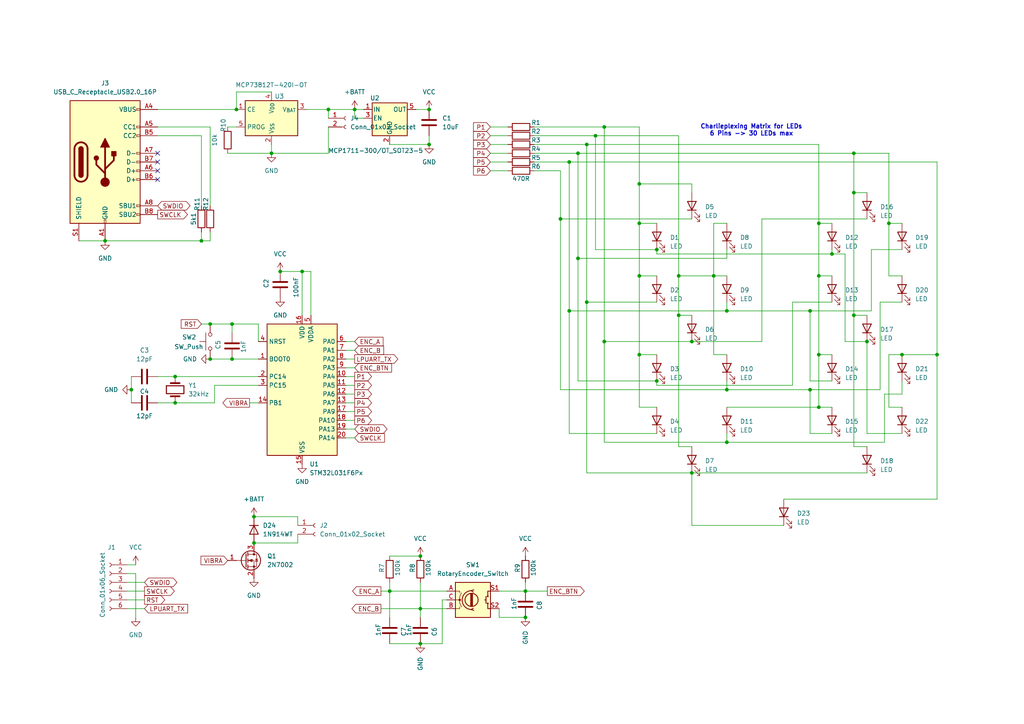
<source format=kicad_sch>
(kicad_sch (version 20250114) (generator "eeschema") (generator_version "9.0")
  (paper "A4")
  (title_block (title "Led Timer 2") (date "2025-10-08") (rev "0") (comment 1 "MEgli"))
  (lib_symbols
    (symbol "Battery_Management:MCP73812T-420I-OT"
      (property "Reference" "U" (at -6.35 6.35 0))
      (property "Value" "MCP73812T-420I-OT" (at 1.27 6.35 0))
      (symbol "MCP73812T-420I-OT_1_1"
        (pin input line (at -10.16 2.54 0) (length 2.54) (name "CE") (number "1"))
        (pin input line (at -10.16 -2.54 0) (length 2.54) (name "PROG") (number "5"))
        (pin power_in line (at 0 7.62 270) (length 2.54) (name "V_{DD}") (number "4"))
        (pin power_in line (at 0 -7.62 90) (length 2.54) (name "V_{SS}") (number "2"))
        (pin power_out line (at 10.16 2.54 180) (length 2.54) (name "V_{BAT}") (number "3"))
      )
    )
    (symbol "Connector:Conn_01x02_Socket" (pin_names (offset 1.016) (hide yes))
      (property "Reference" "J" (at 0 2.54 0))
      (property "Value" "Conn_01x02_Socket" (at 0 -5.08 0))
      (symbol "Conn_01x02_Socket_1_1"
        (pin passive line (at -5.08 0 0) (length 3.81) (name "Pin_1") (number "1"))
        (pin passive line (at -5.08 -2.54 0) (length 3.81) (name "Pin_2") (number "2"))
      )
    )
    (symbol "Connector:Conn_01x06_Socket" (pin_names (offset 1.016) (hide yes))
      (property "Reference" "J" (at 0 7.62 0))
      (property "Value" "Conn_01x06_Socket" (at 0 -10.16 0))
      (symbol "Conn_01x06_Socket_1_1"
        (pin passive line (at -5.08 5.08 0) (length 3.81) (name "Pin_1") (number "1"))
        (pin passive line (at -5.08 2.54 0) (length 3.81) (name "Pin_2") (number "2"))
        (pin passive line (at -5.08 0 0) (length 3.81) (name "Pin_3") (number "3"))
        (pin passive line (at -5.08 -2.54 0) (length 3.81) (name "Pin_4") (number "4"))
        (pin passive line (at -5.08 -5.08 0) (length 3.81) (name "Pin_5") (number "5"))
        (pin passive line (at -5.08 -7.62 0) (length 3.81) (name "Pin_6") (number "6"))
      )
    )
    (symbol "Connector:USB_C_Receptacle_USB2.0_16P" (pin_names (offset 1.016))
      (property "Reference" "J" (at 0 22.225 0))
      (property "Value" "USB_C_Receptacle_USB2.0_16P" (at 0 19.685 0))
      (symbol "USB_C_Receptacle_USB2.0_16P_1_1"
        (pin passive line (at -7.62 -22.86 90) (length 5.08) (name "SHIELD") (number "S1"))
        (pin passive line (at 0 -22.86 90) (length 5.08) (name "GND") (number "A1"))
        (pin passive line (at 0 -22.86 90) (length 5.08) (hide yes) (name "GND") (number "A12"))
        (pin passive line (at 0 -22.86 90) (length 5.08) (hide yes) (name "GND") (number "B1"))
        (pin passive line (at 0 -22.86 90) (length 5.08) (hide yes) (name "GND") (number "B12"))
        (pin passive line (at 15.24 15.24 180) (length 5.08) (name "VBUS") (number "A4"))
        (pin passive line (at 15.24 15.24 180) (length 5.08) (hide yes) (name "VBUS") (number "A9"))
        (pin passive line (at 15.24 15.24 180) (length 5.08) (hide yes) (name "VBUS") (number "B4"))
        (pin passive line (at 15.24 15.24 180) (length 5.08) (hide yes) (name "VBUS") (number "B9"))
        (pin bidirectional line (at 15.24 10.16 180) (length 5.08) (name "CC1") (number "A5"))
        (pin bidirectional line (at 15.24 7.62 180) (length 5.08) (name "CC2") (number "B5"))
        (pin bidirectional line (at 15.24 2.54 180) (length 5.08) (name "D-") (number "A7"))
        (pin bidirectional line (at 15.24 0 180) (length 5.08) (name "D-") (number "B7"))
        (pin bidirectional line (at 15.24 -2.54 180) (length 5.08) (name "D+") (number "A6"))
        (pin bidirectional line (at 15.24 -5.08 180) (length 5.08) (name "D+") (number "B6"))
        (pin bidirectional line (at 15.24 -12.7 180) (length 5.08) (name "SBU1") (number "A8"))
        (pin bidirectional line (at 15.24 -15.24 180) (length 5.08) (name "SBU2") (number "B8"))
      )
    )
    (symbol "Device:C" (pin_numbers (hide yes)) (pin_names (offset 0.254))
      (property "Reference" "C" (at 0.635 2.54 0))
      (property "Value" "C" (at 0.635 -2.54 0))
      (symbol "C_1_1"
        (pin passive line (at 0 3.81 270) (length 2.794) (name "~") (number "1"))
        (pin passive line (at 0 -3.81 90) (length 2.794) (name "~") (number "2"))
      )
    )
    (symbol "Device:Crystal" (pin_numbers (hide yes)) (pin_names (offset 1.016) (hide yes))
      (property "Reference" "Y" (at 0 3.81 0))
      (property "Value" "Crystal" (at 0 -3.81 0))
      (symbol "Crystal_1_1"
        (pin passive line (at -3.81 0 0) (length 1.27) (name "1") (number "1"))
        (pin passive line (at 3.81 0 180) (length 1.27) (name "2") (number "2"))
      )
    )
    (symbol "Device:LED" (pin_numbers (hide yes)) (pin_names (offset 1.016) (hide yes))
      (property "Reference" "D" (at 0 2.54 0))
      (property "Value" "LED" (at 0 -2.54 0))
      (symbol "LED_1_1"
        (pin passive line (at -3.81 0 0) (length 2.54) (name "K") (number "1"))
        (pin passive line (at 3.81 0 180) (length 2.54) (name "A") (number "2"))
      )
    )
    (symbol "Device:R" (pin_numbers (hide yes)) (pin_names (offset 0))
      (property "Reference" "R" (at 2.032 0 90))
      (property "Value" "R" (at 0 0 90))
      (symbol "R_1_1"
        (pin passive line (at 0 3.81 270) (length 1.27) (name "~") (number "1"))
        (pin passive line (at 0 -3.81 90) (length 1.27) (name "~") (number "2"))
      )
    )
    (symbol "Device:RotaryEncoder_Switch" (pin_names (offset 0.254) (hide yes))
      (property "Reference" "SW" (at 0 6.604 0))
      (property "Value" "RotaryEncoder_Switch" (at 0 -6.604 0))
      (symbol "RotaryEncoder_Switch_1_1"
        (pin passive line (at -7.62 2.54 0) (length 2.54) (name "A") (number "A"))
        (pin passive line (at -7.62 0 0) (length 2.54) (name "C") (number "C"))
        (pin passive line (at -7.62 -2.54 0) (length 2.54) (name "B") (number "B"))
        (pin passive line (at 7.62 2.54 180) (length 2.54) (name "S1") (number "S1"))
        (pin passive line (at 7.62 -2.54 180) (length 2.54) (name "S2") (number "S2"))
      )
    )
    (symbol "Diode:1N914WT" (pin_numbers (hide yes)) (pin_names (hide yes))
      (property "Reference" "D" (at 0 2.54 0))
      (property "Value" "1N914WT" (at 0 -2.54 0))
      (symbol "1N914WT_1_1"
        (pin passive line (at -3.81 0 0) (length 2.54) (name "K") (number "1"))
        (pin passive line (at 3.81 0 180) (length 2.54) (name "A") (number "2"))
      )
    )
    (symbol "MCU_ST_STM32L0:STM32L031F6Px"
      (property "Reference" "U" (at -10.16 21.59 0))
      (property "Value" "STM32L031F6Px" (at 5.08 21.59 0))
      (symbol "STM32L031F6Px_1_1"
        (pin input line (at -12.7 15.24 0) (length 2.54) (name "NRST") (number "4"))
        (pin input line (at -12.7 10.16 0) (length 2.54) (name "BOOT0") (number "1"))
        (pin bidirectional line (at -12.7 5.08 0) (length 2.54) (name "PC14") (number "2"))
        (pin bidirectional line (at -12.7 2.54 0) (length 2.54) (name "PC15") (number "3"))
        (pin bidirectional line (at -12.7 -2.54 0) (length 2.54) (name "PB1") (number "14"))
        (pin power_in line (at 0 22.86 270) (length 2.54) (name "VDD") (number "16"))
        (pin power_in line (at 0 -20.32 90) (length 2.54) (name "VSS") (number "15"))
        (pin power_in line (at 2.54 22.86 270) (length 2.54) (name "VDDA") (number "5"))
        (pin bidirectional line (at 12.7 15.24 180) (length 2.54) (name "PA0") (number "6"))
        (pin bidirectional line (at 12.7 12.7 180) (length 2.54) (name "PA1") (number "7"))
        (pin bidirectional line (at 12.7 10.16 180) (length 2.54) (name "PA2") (number "8"))
        (pin bidirectional line (at 12.7 7.62 180) (length 2.54) (name "PA3") (number "9"))
        (pin bidirectional line (at 12.7 5.08 180) (length 2.54) (name "PA4") (number "10"))
        (pin bidirectional line (at 12.7 2.54 180) (length 2.54) (name "PA5") (number "11"))
        (pin bidirectional line (at 12.7 0 180) (length 2.54) (name "PA6") (number "12"))
        (pin bidirectional line (at 12.7 -2.54 180) (length 2.54) (name "PA7") (number "13"))
        (pin bidirectional line (at 12.7 -5.08 180) (length 2.54) (name "PA9") (number "17"))
        (pin bidirectional line (at 12.7 -7.62 180) (length 2.54) (name "PA10") (number "18"))
        (pin bidirectional line (at 12.7 -10.16 180) (length 2.54) (name "PA13") (number "19"))
        (pin bidirectional line (at 12.7 -12.7 180) (length 2.54) (name "PA14") (number "20"))
      )
    )
    (symbol "Regulator_Linear:TLV71209_SOT23-5" (pin_names (offset 0.254))
      (property "Reference" "U" (at -3.81 5.715 0))
      (property "Value" "TLV71209_SOT23-5" (at 0 5.715 0))
      (symbol "TLV71209_SOT23-5_1_1"
        (pin power_in line (at -7.62 2.54 0) (length 2.54) (name "IN") (number "1"))
        (pin input line (at -7.62 0 0) (length 2.54) (name "EN") (number "3"))
        (pin power_in line (at 0 -7.62 90) (length 2.54) (name "GND") (number "2"))
        (pin no_connect line (at 5.08 0 180) (length 2.54) (hide yes) (name "NC") (number "4"))
        (pin power_out line (at 7.62 2.54 180) (length 2.54) (name "OUT") (number "5"))
      )
    )
    (symbol "Switch:SW_Push" (pin_numbers (hide yes)) (pin_names (offset 1.016) (hide yes))
      (property "Reference" "SW" (at 1.27 2.54 0))
      (property "Value" "SW_Push" (at 0 -1.524 0))
      (symbol "SW_Push_0_1"
        (pin passive line (at -5.08 0 0) (length 2.54) (name "1") (number "1"))
        (pin passive line (at 5.08 0 180) (length 2.54) (name "2") (number "2"))
      )
    )
    (symbol "Transistor_FET:2N7002" (pin_names (offset 0) (hide yes))
      (property "Reference" "Q" (at 5.08 1.905 0))
      (property "Value" "2N7002" (at 5.08 0 0))
      (symbol "2N7002_1_1"
        (pin input line (at -5.08 0 0) (length 2.54) (name "G") (number "1"))
        (pin passive line (at 2.54 5.08 270) (length 2.54) (name "D") (number "3"))
        (pin passive line (at 2.54 -5.08 90) (length 2.54) (name "S") (number "2"))
      )
    )
    (symbol "power:+BATT" (power) (pin_numbers (hide yes)) (pin_names (offset 0) (hide yes))
      (property "Value" "+BATT" (at 0 3.556 0))
      (symbol "+BATT_1_1"
        (pin power_in line (at 0 0 90) (length 0) (name "~") (number "1"))
      )
    )
    (symbol "power:GND" (power) (pin_numbers (hide yes)) (pin_names (offset 0) (hide yes))
      (property "Value" "GND" (at 0 -3.81 0))
      (symbol "GND_1_1"
        (pin power_in line (at 0 0 270) (length 0) (name "~") (number "1"))
      )
    )
    (symbol "power:VCC" (power) (pin_numbers (hide yes)) (pin_names (offset 0) (hide yes))
      (property "Value" "VCC" (at 0 3.556 0))
      (symbol "VCC_1_1"
        (pin power_in line (at 0 0 90) (length 0) (name "~") (number "1"))
      )
    )
  )
  (text "Charlieplexing Matrix for LEDs\n6 Pins -> 30 LEDs max" (at 217.932 37.846 0) (effects (font (size 1.27 1.27) (thickness 0.254) (bold yes))))
  (junction (at 175.26 99.06))
  (junction (at 237.49 80.01))
  (junction (at 172.72 39.37))
  (junction (at 121.92 176.53))
  (junction (at 68.58 31.75))
  (junction (at 247.65 91.44))
  (junction (at 261.62 102.87))
  (junction (at 124.46 41.91))
  (junction (at 162.56 63.5))
  (junction (at 78.74 44.45))
  (junction (at 152.4 171.45))
  (junction (at 30.48 69.85))
  (junction (at 271.78 102.87))
  (junction (at 190.5 72.39))
  (junction (at 167.64 44.45))
  (junction (at 190.5 110.49))
  (junction (at 67.31 93.98))
  (junction (at 185.42 53.34))
  (junction (at 152.4 179.07))
  (junction (at 95.25 31.75))
  (junction (at 200.66 137.16))
  (junction (at 185.42 80.01))
  (junction (at 247.65 55.88))
  (junction (at 50.8 109.22))
  (junction (at 165.1 90.17))
  (junction (at 241.3 73.66))
  (junction (at 165.1 46.99))
  (junction (at 234.95 90.17))
  (junction (at 81.28 78.74))
  (junction (at 234.95 113.03))
  (junction (at 60.96 93.98))
  (junction (at 121.92 186.69))
  (junction (at 73.66 157.48))
  (junction (at 257.81 64.77))
  (junction (at 196.85 91.44))
  (junction (at 170.18 87.63))
  (junction (at 196.85 80.01))
  (junction (at 102.87 31.75))
  (junction (at 210.82 128.27))
  (junction (at 237.49 64.77))
  (junction (at 207.01 80.01))
  (junction (at 124.46 31.75))
  (junction (at 185.42 102.87))
  (junction (at 67.31 104.14))
  (junction (at 251.46 99.06))
  (junction (at 113.03 171.45))
  (junction (at 210.82 90.17))
  (junction (at 170.18 41.91))
  (junction (at 237.49 102.87))
  (junction (at 50.8 116.84))
  (junction (at 175.26 36.83))
  (junction (at 87.63 78.74))
  (junction (at 167.64 74.93))
  (junction (at 38.1 113.03))
  (junction (at 121.92 161.29))
  (junction (at 58.42 69.85))
  (junction (at 247.65 44.45))
  (junction (at 185.42 64.77))
  (junction (at 200.66 99.06))
  (junction (at 60.96 104.14))
  (junction (at 237.49 118.11))
  (junction (at 73.66 149.86))
  (junction (at 210.82 113.03))
  (no_connect (at 45.72 44.45))
  (no_connect (at 45.72 49.53))
  (no_connect (at 45.72 46.99))
  (no_connect (at 45.72 52.07))
  (wire (pts (xy 45.72 39.37) (xy 58.42 39.37)))
  (wire (pts (xy 36.83 163.83) (xy 39.37 163.83)))
  (wire (pts (xy 95.25 31.75) (xy 102.87 31.75)))
  (wire (pts (xy 210.82 87.63) (xy 210.82 90.17)))
  (wire (pts (xy 175.26 36.83) (xy 185.42 36.83)))
  (wire (pts (xy 257.81 64.77) (xy 257.81 80.01)))
  (wire (pts (xy 60.96 69.85) (xy 60.96 67.31)))
  (wire (pts (xy 68.58 31.75) (xy 68.58 26.67)))
  (wire (pts (xy 102.87 109.22) (xy 100.33 109.22)))
  (wire (pts (xy 251.46 129.54) (xy 247.65 129.54)))
  (wire (pts (xy 78.74 41.91) (xy 78.74 44.45)))
  (wire (pts (xy 36.83 173.99) (xy 41.91 173.99)))
  (wire (pts (xy 252.73 90.17) (xy 234.95 90.17)))
  (wire (pts (xy 190.5 111.76) (xy 229.87 111.76)))
  (wire (pts (xy 170.18 137.16) (xy 200.66 137.16)))
  (wire (pts (xy 170.18 41.91) (xy 237.49 41.91)))
  (wire (pts (xy 142.24 39.37) (xy 147.32 39.37)))
  (wire (pts (xy 245.11 73.66) (xy 245.11 99.06)))
  (wire (pts (xy 170.18 41.91) (xy 170.18 87.63)))
  (wire (pts (xy 60.96 93.98) (xy 67.31 93.98)))
  (wire (pts (xy 162.56 49.53) (xy 162.56 63.5)))
  (wire (pts (xy 175.26 99.06) (xy 175.26 128.27)))
  (wire (pts (xy 102.87 114.3) (xy 100.33 114.3)))
  (wire (pts (xy 88.9 31.75) (xy 95.25 31.75)))
  (wire (pts (xy 172.72 39.37) (xy 196.85 39.37)))
  (wire (pts (xy 257.81 44.45) (xy 247.65 44.45)))
  (wire (pts (xy 154.94 44.45) (xy 167.64 44.45)))
  (wire (pts (xy 261.62 118.11) (xy 257.81 118.11)))
  (wire (pts (xy 234.95 110.49) (xy 241.3 110.49)))
  (wire (pts (xy 121.92 168.91) (xy 121.92 176.53)))
  (wire (pts (xy 210.82 118.11) (xy 237.49 118.11)))
  (wire (pts (xy 200.66 55.88) (xy 200.66 53.34)))
  (wire (pts (xy 102.87 104.14) (xy 100.33 104.14)))
  (wire (pts (xy 190.5 80.01) (xy 185.42 80.01)))
  (wire (pts (xy 251.46 99.06) (xy 251.46 125.73)))
  (wire (pts (xy 210.82 102.87) (xy 207.01 102.87)))
  (wire (pts (xy 167.64 44.45) (xy 167.64 74.93)))
  (wire (pts (xy 87.63 78.74) (xy 81.28 78.74)))
  (wire (pts (xy 58.42 93.98) (xy 60.96 93.98)))
  (wire (pts (xy 74.93 111.76) (xy 62.23 111.76)))
  (wire (pts (xy 271.78 46.99) (xy 271.78 102.87)))
  (wire (pts (xy 210.82 110.49) (xy 210.82 113.03)))
  (wire (pts (xy 245.11 99.06) (xy 251.46 99.06)))
  (wire (pts (xy 102.87 119.38) (xy 100.33 119.38)))
  (wire (pts (xy 185.42 36.83) (xy 185.42 53.34)))
  (wire (pts (xy 185.42 80.01) (xy 185.42 64.77)))
  (wire (pts (xy 110.49 171.45) (xy 113.03 171.45)))
  (wire (pts (xy 165.1 90.17) (xy 210.82 90.17)))
  (wire (pts (xy 154.94 41.91) (xy 170.18 41.91)))
  (wire (pts (xy 241.3 73.66) (xy 245.11 73.66)))
  (wire (pts (xy 234.95 90.17) (xy 234.95 110.49)))
  (wire (pts (xy 172.72 72.39) (xy 190.5 72.39)))
  (wire (pts (xy 167.64 74.93) (xy 210.82 74.93)))
  (wire (pts (xy 162.56 63.5) (xy 162.56 113.03)))
  (wire (pts (xy 162.56 113.03) (xy 210.82 113.03)))
  (wire (pts (xy 247.65 55.88) (xy 251.46 55.88)))
  (wire (pts (xy 68.58 26.67) (xy 78.74 26.67)))
  (wire (pts (xy 58.42 69.85) (xy 60.96 69.85)))
  (wire (pts (xy 185.42 118.11) (xy 185.42 102.87)))
  (wire (pts (xy 237.49 80.01) (xy 241.3 80.01)))
  (wire (pts (xy 190.5 64.77) (xy 185.42 64.77)))
  (wire (pts (xy 86.36 152.4) (xy 86.36 149.86)))
  (wire (pts (xy 256.54 114.3) (xy 261.62 114.3)))
  (wire (pts (xy 252.73 72.39) (xy 252.73 90.17)))
  (wire (pts (xy 73.66 157.48) (xy 86.36 157.48)))
  (wire (pts (xy 247.65 44.45) (xy 247.65 55.88)))
  (wire (pts (xy 237.49 80.01) (xy 237.49 64.77)))
  (wire (pts (xy 113.03 171.45) (xy 129.54 171.45)))
  (wire (pts (xy 241.3 118.11) (xy 237.49 118.11)))
  (wire (pts (xy 58.42 67.31) (xy 58.42 69.85)))
  (wire (pts (xy 102.87 106.68) (xy 100.33 106.68)))
  (wire (pts (xy 175.26 128.27) (xy 210.82 128.27)))
  (wire (pts (xy 229.87 111.76) (xy 229.87 87.63)))
  (wire (pts (xy 167.64 44.45) (xy 247.65 44.45)))
  (wire (pts (xy 36.83 176.53) (xy 41.91 176.53)))
  (wire (pts (xy 237.49 64.77) (xy 241.3 64.77)))
  (wire (pts (xy 45.72 116.84) (xy 50.8 116.84)))
  (wire (pts (xy 165.1 125.73) (xy 190.5 125.73)))
  (wire (pts (xy 241.3 72.39) (xy 241.3 73.66)))
  (wire (pts (xy 90.17 78.74) (xy 90.17 91.44)))
  (wire (pts (xy 39.37 166.37) (xy 36.83 166.37)))
  (wire (pts (xy 22.86 69.85) (xy 30.48 69.85)))
  (wire (pts (xy 172.72 39.37) (xy 172.72 72.39)))
  (wire (pts (xy 129.54 173.99) (xy 128.27 173.99)))
  (wire (pts (xy 142.24 49.53) (xy 147.32 49.53)))
  (wire (pts (xy 196.85 80.01) (xy 196.85 39.37)))
  (wire (pts (xy 66.04 36.83) (xy 68.58 36.83)))
  (wire (pts (xy 66.04 44.45) (xy 78.74 44.45)))
  (wire (pts (xy 67.31 93.98) (xy 67.31 96.52)))
  (wire (pts (xy 167.64 110.49) (xy 190.5 110.49)))
  (wire (pts (xy 220.98 99.06) (xy 200.66 99.06)))
  (wire (pts (xy 74.93 93.98) (xy 74.93 99.06)))
  (wire (pts (xy 87.63 78.74) (xy 90.17 78.74)))
  (wire (pts (xy 102.87 99.06) (xy 100.33 99.06)))
  (wire (pts (xy 175.26 99.06) (xy 200.66 99.06)))
  (wire (pts (xy 45.72 36.83) (xy 60.96 36.83)))
  (wire (pts (xy 102.87 101.6) (xy 100.33 101.6)))
  (wire (pts (xy 196.85 80.01) (xy 207.01 80.01)))
  (wire (pts (xy 257.81 118.11) (xy 257.81 102.87)))
  (wire (pts (xy 234.95 113.03) (xy 255.27 113.03)))
  (wire (pts (xy 45.72 109.22) (xy 50.8 109.22)))
  (wire (pts (xy 142.24 41.91) (xy 147.32 41.91)))
  (wire (pts (xy 210.82 113.03) (xy 234.95 113.03)))
  (wire (pts (xy 207.01 64.77) (xy 207.01 80.01)))
  (wire (pts (xy 124.46 41.91) (xy 124.46 39.37)))
  (wire (pts (xy 271.78 102.87) (xy 261.62 102.87)))
  (wire (pts (xy 110.49 176.53) (xy 121.92 176.53)))
  (wire (pts (xy 38.1 113.03) (xy 38.1 116.84)))
  (wire (pts (xy 113.03 161.29) (xy 121.92 161.29)))
  (wire (pts (xy 144.78 171.45) (xy 152.4 171.45)))
  (wire (pts (xy 102.87 31.75) (xy 105.41 31.75)))
  (wire (pts (xy 102.87 34.29) (xy 102.87 31.75)))
  (wire (pts (xy 210.82 90.17) (xy 234.95 90.17)))
  (wire (pts (xy 121.92 179.07) (xy 121.92 176.53)))
  (wire (pts (xy 120.65 31.75) (xy 124.46 31.75)))
  (wire (pts (xy 62.23 111.76) (xy 62.23 116.84)))
  (wire (pts (xy 210.82 64.77) (xy 207.01 64.77)))
  (wire (pts (xy 170.18 87.63) (xy 190.5 87.63)))
  (wire (pts (xy 38.1 109.22) (xy 38.1 113.03)))
  (wire (pts (xy 237.49 118.11) (xy 237.49 102.87)))
  (wire (pts (xy 237.49 102.87) (xy 241.3 102.87)))
  (wire (pts (xy 152.4 168.91) (xy 152.4 171.45)))
  (wire (pts (xy 113.03 168.91) (xy 113.03 171.45)))
  (wire (pts (xy 185.42 102.87) (xy 185.42 80.01)))
  (wire (pts (xy 210.82 128.27) (xy 256.54 128.27)))
  (wire (pts (xy 72.39 116.84) (xy 74.93 116.84)))
  (wire (pts (xy 113.03 171.45) (xy 113.03 179.07)))
  (wire (pts (xy 207.01 80.01) (xy 210.82 80.01)))
  (wire (pts (xy 87.63 78.74) (xy 87.63 91.44)))
  (wire (pts (xy 165.1 90.17) (xy 165.1 125.73)))
  (wire (pts (xy 234.95 113.03) (xy 234.95 125.73)))
  (wire (pts (xy 200.66 53.34) (xy 185.42 53.34)))
  (wire (pts (xy 196.85 91.44) (xy 196.85 129.54)))
  (wire (pts (xy 152.4 171.45) (xy 158.75 171.45)))
  (wire (pts (xy 190.5 102.87) (xy 185.42 102.87)))
  (wire (pts (xy 102.87 111.76) (xy 100.33 111.76)))
  (wire (pts (xy 113.03 41.91) (xy 124.46 41.91)))
  (wire (pts (xy 86.36 154.94) (xy 86.36 157.48)))
  (wire (pts (xy 142.24 36.83) (xy 147.32 36.83)))
  (wire (pts (xy 257.81 64.77) (xy 257.81 44.45)))
  (wire (pts (xy 210.82 72.39) (xy 210.82 74.93)))
  (wire (pts (xy 271.78 144.78) (xy 271.78 102.87)))
  (wire (pts (xy 255.27 87.63) (xy 261.62 87.63)))
  (wire (pts (xy 200.66 137.16) (xy 251.46 137.16)))
  (wire (pts (xy 165.1 46.99) (xy 271.78 46.99)))
  (wire (pts (xy 102.87 127) (xy 100.33 127)))
  (wire (pts (xy 200.66 152.4) (xy 200.66 137.16)))
  (wire (pts (xy 154.94 46.99) (xy 165.1 46.99)))
  (wire (pts (xy 154.94 49.53) (xy 162.56 49.53)))
  (wire (pts (xy 257.81 102.87) (xy 261.62 102.87)))
  (wire (pts (xy 95.25 31.75) (xy 95.25 34.29)))
  (wire (pts (xy 251.46 125.73) (xy 261.62 125.73)))
  (wire (pts (xy 247.65 91.44) (xy 251.46 91.44)))
  (wire (pts (xy 73.66 149.86) (xy 86.36 149.86)))
  (wire (pts (xy 237.49 41.91) (xy 237.49 64.77)))
  (wire (pts (xy 227.33 144.78) (xy 271.78 144.78)))
  (wire (pts (xy 74.93 104.14) (xy 67.31 104.14)))
  (wire (pts (xy 196.85 91.44) (xy 196.85 80.01)))
  (wire (pts (xy 255.27 113.03) (xy 255.27 87.63)))
  (wire (pts (xy 167.64 74.93) (xy 167.64 110.49)))
  (wire (pts (xy 105.41 34.29) (xy 102.87 34.29)))
  (wire (pts (xy 257.81 80.01) (xy 261.62 80.01)))
  (wire (pts (xy 175.26 36.83) (xy 175.26 99.06)))
  (wire (pts (xy 100.33 121.92) (xy 102.87 121.92)))
  (wire (pts (xy 142.24 44.45) (xy 147.32 44.45)))
  (wire (pts (xy 190.5 118.11) (xy 185.42 118.11)))
  (wire (pts (xy 247.65 91.44) (xy 247.65 55.88)))
  (wire (pts (xy 241.3 73.66) (xy 190.5 73.66)))
  (wire (pts (xy 144.78 176.53) (xy 144.78 179.07)))
  (wire (pts (xy 190.5 110.49) (xy 190.5 111.76)))
  (wire (pts (xy 67.31 93.98) (xy 74.93 93.98)))
  (wire (pts (xy 261.62 72.39) (xy 252.73 72.39)))
  (wire (pts (xy 60.96 36.83) (xy 60.96 59.69)))
  (wire (pts (xy 36.83 168.91) (xy 41.91 168.91)))
  (wire (pts (xy 190.5 73.66) (xy 190.5 72.39)))
  (wire (pts (xy 154.94 36.83) (xy 175.26 36.83)))
  (wire (pts (xy 170.18 87.63) (xy 170.18 137.16)))
  (wire (pts (xy 261.62 64.77) (xy 257.81 64.77)))
  (wire (pts (xy 227.33 152.4) (xy 200.66 152.4)))
  (wire (pts (xy 58.42 39.37) (xy 58.42 59.69)))
  (wire (pts (xy 30.48 69.85) (xy 58.42 69.85)))
  (wire (pts (xy 128.27 173.99) (xy 128.27 186.69)))
  (wire (pts (xy 220.98 63.5) (xy 220.98 99.06)))
  (wire (pts (xy 45.72 31.75) (xy 68.58 31.75)))
  (wire (pts (xy 144.78 179.07) (xy 152.4 179.07)))
  (wire (pts (xy 200.66 129.54) (xy 196.85 129.54)))
  (wire (pts (xy 207.01 102.87) (xy 207.01 80.01)))
  (wire (pts (xy 154.94 39.37) (xy 172.72 39.37)))
  (wire (pts (xy 162.56 63.5) (xy 200.66 63.5)))
  (wire (pts (xy 60.96 104.14) (xy 67.31 104.14)))
  (wire (pts (xy 261.62 114.3) (xy 261.62 110.49)))
  (wire (pts (xy 210.82 125.73) (xy 210.82 128.27)))
  (wire (pts (xy 185.42 64.77) (xy 185.42 53.34)))
  (wire (pts (xy 95.25 36.83) (xy 95.25 44.45)))
  (wire (pts (xy 196.85 91.44) (xy 200.66 91.44)))
  (wire (pts (xy 237.49 102.87) (xy 237.49 80.01)))
  (wire (pts (xy 256.54 128.27) (xy 256.54 114.3)))
  (wire (pts (xy 229.87 87.63) (xy 241.3 87.63)))
  (wire (pts (xy 142.24 46.99) (xy 147.32 46.99)))
  (wire (pts (xy 247.65 129.54) (xy 247.65 91.44)))
  (wire (pts (xy 165.1 46.99) (xy 165.1 90.17)))
  (wire (pts (xy 251.46 63.5) (xy 220.98 63.5)))
  (wire (pts (xy 50.8 116.84) (xy 62.23 116.84)))
  (wire (pts (xy 234.95 125.73) (xy 241.3 125.73)))
  (wire (pts (xy 36.83 171.45) (xy 41.91 171.45)))
  (wire (pts (xy 39.37 179.07) (xy 39.37 166.37)))
  (wire (pts (xy 113.03 186.69) (xy 121.92 186.69)))
  (wire (pts (xy 102.87 124.46) (xy 100.33 124.46)))
  (wire (pts (xy 128.27 186.69) (xy 121.92 186.69)))
  (wire (pts (xy 121.92 176.53) (xy 129.54 176.53)))
  (wire (pts (xy 102.87 116.84) (xy 100.33 116.84)))
  (wire (pts (xy 95.25 44.45) (xy 78.74 44.45)))
  (wire (pts (xy 50.8 109.22) (xy 74.93 109.22)))
  (global_label "P3" (shape output) (at 102.87 114.3 0) (property "Intersheetrefs" "${INTERSHEET_REFS}" (effects (hide yes))))
  (global_label "P3" (shape input) (at 142.24 41.91 180) (property "Intersheetrefs" "${INTERSHEET_REFS}" (effects (hide yes))))
  (global_label "P1" (shape output) (at 102.87 109.22 0) (property "Intersheetrefs" "${INTERSHEET_REFS}" (effects (hide yes))))
  (global_label "LPUART_TX" (shape output) (at 102.87 104.14 0) (property "Intersheetrefs" "${INTERSHEET_REFS}" (effects (hide yes))))
  (global_label "P5" (shape input) (at 142.24 46.99 180) (property "Intersheetrefs" "${INTERSHEET_REFS}" (effects (hide yes))))
  (global_label "RST" (shape input) (at 58.42 93.98 180) (property "Intersheetrefs" "${INTERSHEET_REFS}" (effects (hide yes))))
  (global_label "VIBRA" (shape output) (at 72.39 116.84 180) (property "Intersheetrefs" "${INTERSHEET_REFS}" (effects (hide yes))))
  (global_label "ENC_B" (shape output) (at 110.49 176.53 180) (property "Intersheetrefs" "${INTERSHEET_REFS}" (effects (hide yes))))
  (global_label "ENC_BTN" (shape output) (at 158.75 171.45 0) (property "Intersheetrefs" "${INTERSHEET_REFS}" (effects (hide yes))))
  (global_label "LPUART_TX" (shape input) (at 41.91 176.53 0) (property "Intersheetrefs" "${INTERSHEET_REFS}" (effects (hide yes))))
  (global_label "ENC_A" (shape input) (at 102.87 99.06 0) (property "Intersheetrefs" "${INTERSHEET_REFS}" (effects (hide yes))))
  (global_label "ENC_B" (shape input) (at 102.87 101.6 0) (property "Intersheetrefs" "${INTERSHEET_REFS}" (effects (hide yes))))
  (global_label "SWDIO" (shape bidirectional) (at 45.72 59.69 0) (property "Intersheetrefs" "${INTERSHEET_REFS}" (effects (hide yes))))
  (global_label "P2" (shape output) (at 102.87 111.76 0) (property "Intersheetrefs" "${INTERSHEET_REFS}" (effects (hide yes))))
  (global_label "SWDIO" (shape bidirectional) (at 102.87 124.46 0) (property "Intersheetrefs" "${INTERSHEET_REFS}" (effects (hide yes))))
  (global_label "ENC_BTN" (shape input) (at 102.87 106.68 0) (property "Intersheetrefs" "${INTERSHEET_REFS}" (effects (hide yes))))
  (global_label "SWCLK" (shape output) (at 45.72 62.23 0) (property "Intersheetrefs" "${INTERSHEET_REFS}" (effects (hide yes))))
  (global_label "P6" (shape output) (at 102.87 121.92 0) (property "Intersheetrefs" "${INTERSHEET_REFS}" (effects (hide yes))))
  (global_label "P2" (shape input) (at 142.24 39.37 180) (property "Intersheetrefs" "${INTERSHEET_REFS}" (effects (hide yes))))
  (global_label "P4" (shape output) (at 102.87 116.84 0) (property "Intersheetrefs" "${INTERSHEET_REFS}" (effects (hide yes))))
  (global_label "P6" (shape input) (at 142.24 49.53 180) (property "Intersheetrefs" "${INTERSHEET_REFS}" (effects (hide yes))))
  (global_label "P4" (shape input) (at 142.24 44.45 180) (property "Intersheetrefs" "${INTERSHEET_REFS}" (effects (hide yes))))
  (global_label "SWDIO" (shape bidirectional) (at 41.91 168.91 0) (property "Intersheetrefs" "${INTERSHEET_REFS}" (effects (hide yes))))
  (global_label "SWCLK" (shape output) (at 41.91 171.45 0) (property "Intersheetrefs" "${INTERSHEET_REFS}" (effects (hide yes))))
  (global_label "SWCLK" (shape input) (at 102.87 127 0) (property "Intersheetrefs" "${INTERSHEET_REFS}" (effects (hide yes))))
  (global_label "RST" (shape output) (at 41.91 173.99 0) (property "Intersheetrefs" "${INTERSHEET_REFS}" (effects (hide yes))))
  (global_label "VIBRA" (shape input) (at 66.04 162.56 180) (property "Intersheetrefs" "${INTERSHEET_REFS}" (effects (hide yes))))
  (global_label "P1" (shape input) (at 142.24 36.83 180) (property "Intersheetrefs" "${INTERSHEET_REFS}" (effects (hide yes))))
  (global_label "ENC_A" (shape output) (at 110.49 171.45 180) (property "Intersheetrefs" "${INTERSHEET_REFS}" (effects (hide yes))))
  (global_label "P5" (shape output) (at 102.87 119.38 0) (property "Intersheetrefs" "${INTERSHEET_REFS}" (effects (hide yes))))
  (symbol (lib_id "power:VCC") (at 121.92 161.29 0) (unit 1)
    (property "Reference" "#PWR012" (effects (hide yes)))
    (property "Value" "VCC" (at 121.92 156.21 0))
    (property "Description" "Power symbol creates a global label with name \"VCC\"" (effects (hide yes)))
  )
  (symbol (lib_id "Device:LED") (at 261.62 68.58 90) (unit 1)
    (property "Reference" "D19" (at 265.43 68.8974 90) (effects (justify right)))
    (property "Value" "LED" (at 265.43 71.4374 90) (effects (justify right)))
    (property "Footprint" "LED_SMD:LED_0603_1608Metric_Pad1.05x0.95mm_HandSolder" (effects (hide yes)))
    (property "Description" "Light emitting diode" (effects (hide yes)))
    (property "Sim.Pins" "1=K 2=A" (effects (hide yes)))
  )
  (symbol (lib_id "Device:R") (at 60.96 63.5 180) (unit 1)
    (property "Reference" "R12" (at 59.69 59.182 90))
    (property "Value" "5k1" (effects (hide yes)))
    (property "Footprint" "Resistor_SMD:R_0603_1608Metric" (effects (hide yes)))
    (property "Description" "Resistor" (effects (hide yes)))
  )
  (symbol (lib_id "power:GND") (at 73.66 167.64 0) (unit 1)
    (property "Reference" "#PWR016" (effects (hide yes)))
    (property "Value" "GND" (at 73.66 172.72 0))
    (property "Description" "Power symbol creates a global label with name \"GND\" , ground" (effects (hide yes)))
  )
  (symbol (lib_id "Device:LED") (at 190.5 121.92 90) (unit 1)
    (property "Reference" "D4" (at 194.31 122.2374 90) (effects (justify right)))
    (property "Value" "LED" (at 194.31 124.7774 90) (effects (justify right)))
    (property "Footprint" "LED_SMD:LED_0603_1608Metric_Pad1.05x0.95mm_HandSolder" (effects (hide yes)))
    (property "Description" "Light emitting diode" (effects (hide yes)))
    (property "Sim.Pins" "1=K 2=A" (effects (hide yes)))
  )
  (symbol (lib_id "power:GND") (at 152.4 179.07 0) (unit 1)
    (property "Reference" "#PWR010" (effects (hide yes)))
    (property "Value" "GND" (at 152.3999 182.88 90) (effects (justify right)))
    (property "Description" "Power symbol creates a global label with name \"GND\" , ground" (effects (hide yes)))
  )
  (symbol (lib_id "power:GND") (at 78.74 44.45 0) (unit 1)
    (property "Reference" "#PWR017" (effects (hide yes)))
    (property "Value" "GND" (at 78.74 49.53 0))
    (property "Description" "Power symbol creates a global label with name \"GND\" , ground" (effects (hide yes)))
  )
  (symbol (lib_id "Device:R") (at 152.4 165.1 0) (unit 1)
    (property "Reference" "R9" (at 150.114 166.116 90) (effects (justify left)))
    (property "Value" "100k" (at 154.686 167.132 90) (effects (justify left)))
    (property "Footprint" "Resistor_SMD:R_0603_1608Metric" (effects (hide yes)))
    (property "Description" "Resistor" (effects (hide yes)))
  )
  (symbol (lib_id "Transistor_FET:2N7002") (at 71.12 162.56 0) (unit 1)
    (property "Reference" "Q1" (at 77.47 161.2899 0) (effects (justify left)))
    (property "Value" "2N7002" (at 77.47 163.8299 0) (effects (justify left)))
    (property "Footprint" "Package_TO_SOT_SMD:SOT-23" (effects (hide yes)))
    (property "Datasheet" "https://www.onsemi.com/pub/Collateral/NDS7002A-D.PDF" (effects (hide yes)))
    (property "Description" "0.115A Id, 60V Vds, N-Channel MOSFET, SOT-23" (effects (hide yes)))
  )
  (symbol (lib_id "Device:R") (at 151.13 41.91 90) (unit 1)
    (property "Reference" "R3" (at 155.448 40.64 90))
    (property "Value" "470R" (effects (hide yes)))
    (property "Footprint" "Resistor_SMD:R_0603_1608Metric" (effects (hide yes)))
    (property "Description" "Resistor" (effects (hide yes)))
  )
  (symbol (lib_id "Connector:Conn_01x02_Socket") (at 91.44 152.4 0) (unit 1) (in_bom no)
    (property "Reference" "J2" (at 92.71 152.3999 0) (effects (justify left)))
    (property "Value" "Conn_01x02_Socket" (at 92.71 154.9399 0) (effects (justify left)))
    (property "Footprint" "Connector_PinHeader_1.27mm:PinHeader_1x02_P1.27mm_Vertical" (effects (hide yes)))
    (property "Description" "Generic connector, single row, 01x02, script generated" (effects (hide yes)))
  )
  (symbol (lib_id "Device:LED") (at 261.62 121.92 90) (unit 1)
    (property "Reference" "D22" (at 265.43 122.2374 90) (effects (justify right)))
    (property "Value" "LED" (at 265.43 124.7774 90) (effects (justify right)))
    (property "Footprint" "LED_SMD:LED_0603_1608Metric_Pad1.05x0.95mm_HandSolder" (effects (hide yes)))
    (property "Description" "Light emitting diode" (effects (hide yes)))
    (property "Sim.Pins" "1=K 2=A" (effects (hide yes)))
  )
  (symbol (lib_id "Device:R") (at 151.13 46.99 90) (unit 1)
    (property "Reference" "R5" (at 155.448 45.72 90))
    (property "Value" "470R" (effects (hide yes)))
    (property "Footprint" "Resistor_SMD:R_0603_1608Metric" (effects (hide yes)))
    (property "Description" "Resistor" (effects (hide yes)))
  )
  (symbol (lib_id "Device:LED") (at 190.5 106.68 90) (unit 1)
    (property "Reference" "D3" (at 194.31 106.9974 90) (effects (justify right)))
    (property "Value" "LED" (at 194.31 109.5374 90) (effects (justify right)))
    (property "Footprint" "LED_SMD:LED_0603_1608Metric_Pad1.05x0.95mm_HandSolder" (effects (hide yes)))
    (property "Description" "Light emitting diode" (effects (hide yes)))
    (property "Sim.Pins" "1=K 2=A" (effects (hide yes)))
  )
  (symbol (lib_id "Connector:Conn_01x06_Socket") (at 31.75 168.91 0) (mirror y) (unit 1) (in_bom no)
    (property "Reference" "J1" (at 32.385 158.75 0))
    (property "Value" "Conn_01x06_Socket" (at 29.718 169.672 90))
    (property "Footprint" "Connector_PinHeader_1.27mm:PinHeader_1x06_P1.27mm_Vertical" (effects (hide yes)))
    (property "Description" "Generic connector, single row, 01x06, script generated" (effects (hide yes)))
  )
  (symbol (lib_id "power:VCC") (at 124.46 31.75 0) (unit 1)
    (property "Reference" "#PWR05" (effects (hide yes)))
    (property "Value" "VCC" (at 124.46 26.67 0))
    (property "Description" "Power symbol creates a global label with name \"VCC\"" (effects (hide yes)))
  )
  (symbol (lib_id "Device:LED") (at 241.3 106.68 90) (unit 1)
    (property "Reference" "D14" (at 245.11 106.9974 90) (effects (justify right)))
    (property "Value" "LED" (at 245.11 109.5374 90) (effects (justify right)))
    (property "Footprint" "LED_SMD:LED_0603_1608Metric_Pad1.05x0.95mm_HandSolder" (effects (hide yes)))
    (property "Description" "Light emitting diode" (effects (hide yes)))
    (property "Sim.Pins" "1=K 2=A" (effects (hide yes)))
  )
  (symbol (lib_id "MCU_ST_STM32L0:STM32L031F6Px") (at 87.63 114.3 0) (unit 1)
    (property "Reference" "U1" (at 89.7733 134.62 0) (effects (justify left)))
    (property "Value" "STM32L031F6Px" (at 89.7733 137.16 0) (effects (justify left)))
    (property "Footprint" "Package_SO:TSSOP-20_4.4x6.5mm_P0.65mm" (effects (hide yes)))
    (property "Datasheet" "https://www.st.com/resource/en/datasheet/stm32l031f6.pdf" (effects (hide yes)))
    (property "Description" "STMicroelectronics Arm Cortex-M0+ MCU, 32KB flash, 8KB RAM, 32 MHz, 1.65-3.6V, 15 GPIO, TSSOP20" (effects (hide yes)))
  )
  (symbol (lib_id "Diode:1N914WT") (at 73.66 153.67 90) (mirror x) (unit 1)
    (property "Reference" "D24" (at 76.2 152.3999 90) (effects (justify right)))
    (property "Value" "1N914WT" (at 76.2 154.9399 90) (effects (justify right)))
    (property "Footprint" "Diode_SMD:D_SOD-523" (effects (hide yes)))
    (property "Datasheet" "http://www.mouser.com/ds/2/149/1N4148WT-461550.pdf" (effects (hide yes)))
    (property "Description" "75V 0.15A Fast switching Diode, SOD-523" (effects (hide yes)))
    (property "Sim.Device" "D" (effects (hide yes)))
    (property "Sim.Pins" "1=K 2=A" (effects (hide yes)))
  )
  (symbol (lib_id "Device:Crystal") (at 50.8 113.03 90) (unit 1)
    (property "Reference" "Y1" (at 54.61 111.7599 90) (effects (justify right)))
    (property "Value" "32kHz" (at 54.61 114.2999 90) (effects (justify right)))
    (property "Footprint" "Crystal:Crystal_SMD_3215-2Pin_3.2x1.5mm" (effects (hide yes)))
    (property "Description" "Two pin crystal" (effects (hide yes)))
  )
  (symbol (lib_id "Regulator_Linear:TLV71209_SOT23-5") (at 113.03 34.29 0) (unit 1)
    (property "Reference" "U2" (at 108.712 28.448 0))
    (property "Value" "MCP1711-300/OT_SOT23-5" (at 108.966 43.688 0))
    (property "Footprint" "Package_TO_SOT_SMD:SOT-23-5" (effects (hide yes)))
    (property "Datasheet" "http://www.ti.com/lit/ds/symlink/tlv712.pdf" (effects (hide yes)))
    (property "Description" "300mA Low Dropout Voltage Regulator, Fixed Output 0.9V, SOT-23-5" (effects (hide yes)))
  )
  (symbol (lib_id "Switch:SW_Push") (at 60.96 99.06 90) (unit 1)
    (property "Reference" "SW2" (at 52.832 97.79 90) (effects (justify right)))
    (property "Value" "SW_Push" (at 50.546 100.584 90) (effects (justify right)))
    (property "Footprint" "Button_Switch_THT:SW_TH_Tactile_Omron_B3F-100x" (effects (hide yes)))
    (property "Description" "Push button switch, generic, two pins" (effects (hide yes)))
  )
  (symbol (lib_id "power:GND") (at 39.37 179.07 0) (unit 1)
    (property "Reference" "#PWR013" (effects (hide yes)))
    (property "Value" "GND" (at 39.37 184.15 0))
    (property "Description" "Power symbol creates a global label with name \"GND\" , ground" (effects (hide yes)))
  )
  (symbol (lib_id "Battery_Management:MCP73812T-420I-OT") (at 78.74 34.29 0) (unit 1)
    (property "Reference" "U3" (at 81.026 27.94 0))
    (property "Value" "MCP73812T-420I-OT" (at 78.74 24.638 0))
    (property "Footprint" "Package_TO_SOT_SMD:SOT-23-5" (effects (hide yes)))
    (property "Datasheet" "http://ww1.microchip.com/downloads/en/DeviceDoc/22036b.pdf" (effects (hide yes)))
    (property "Description" "Simple, Miniature Single-Cell, Fully Integrated Li-Ion / Li-Polymer Charge Management Controllers, 50mA-500mA, 4.2V, SOT23-5" (effects (hide yes)))
  )
  (symbol (lib_id "Device:LED") (at 210.82 83.82 90) (unit 1)
    (property "Reference" "D9" (at 214.63 84.1374 90) (effects (justify right)))
    (property "Value" "LED" (at 214.63 86.6774 90) (effects (justify right)))
    (property "Footprint" "LED_SMD:LED_0603_1608Metric_Pad1.05x0.95mm_HandSolder" (effects (hide yes)))
    (property "Description" "Light emitting diode" (effects (hide yes)))
    (property "Sim.Pins" "1=K 2=A" (effects (hide yes)))
  )
  (symbol (lib_id "power:GND") (at 30.48 69.85 0) (unit 1)
    (property "Reference" "#PWR018" (effects (hide yes)))
    (property "Value" "GND" (at 30.48 74.93 0))
    (property "Description" "Power symbol creates a global label with name \"GND\" , ground" (effects (hide yes)))
  )
  (symbol (lib_id "Device:R") (at 113.03 165.1 0) (unit 1)
    (property "Reference" "R7" (at 110.744 166.116 90) (effects (justify left)))
    (property "Value" "100k" (at 115.316 167.132 90) (effects (justify left)))
    (property "Footprint" "Resistor_SMD:R_0603_1608Metric" (effects (hide yes)))
    (property "Description" "Resistor" (effects (hide yes)))
  )
  (symbol (lib_id "Device:C") (at 67.31 100.33 0) (unit 1)
    (property "Reference" "C5" (at 63.246 101.346 90) (effects (justify left)))
    (property "Value" "1nF" (at 70.612 102.362 90) (effects (justify left)))
    (property "Footprint" "Capacitor_SMD:C_0603_1608Metric" (effects (hide yes)))
    (property "Description" "Unpolarized capacitor" (effects (hide yes)))
  )
  (symbol (lib_id "Device:LED") (at 251.46 133.35 90) (unit 1)
    (property "Reference" "D18" (at 255.27 133.6674 90) (effects (justify right)))
    (property "Value" "LED" (at 255.27 136.2074 90) (effects (justify right)))
    (property "Footprint" "LED_SMD:LED_0603_1608Metric_Pad1.05x0.95mm_HandSolder" (effects (hide yes)))
    (property "Description" "Light emitting diode" (effects (hide yes)))
    (property "Sim.Pins" "1=K 2=A" (effects (hide yes)))
  )
  (symbol (lib_id "Device:R") (at 151.13 36.83 90) (unit 1)
    (property "Reference" "R1" (at 155.448 35.56 90))
    (property "Value" "470R" (at 151.13 51.816 90))
    (property "Footprint" "Resistor_SMD:R_0603_1608Metric" (effects (hide yes)))
    (property "Description" "Resistor" (effects (hide yes)))
  )
  (symbol (lib_id "Device:LED") (at 210.82 68.58 90) (unit 1)
    (property "Reference" "D8" (at 214.63 68.8974 90) (effects (justify right)))
    (property "Value" "LED" (at 214.63 71.4374 90) (effects (justify right)))
    (property "Footprint" "LED_SMD:LED_0603_1608Metric_Pad1.05x0.95mm_HandSolder" (effects (hide yes)))
    (property "Description" "Light emitting diode" (effects (hide yes)))
    (property "Sim.Pins" "1=K 2=A" (effects (hide yes)))
  )
  (symbol (lib_id "Device:R") (at 151.13 39.37 90) (unit 1)
    (property "Reference" "R2" (at 155.448 38.1 90))
    (property "Value" "470R" (effects (hide yes)))
    (property "Footprint" "Resistor_SMD:R_0603_1608Metric" (effects (hide yes)))
    (property "Description" "Resistor" (effects (hide yes)))
  )
  (symbol (lib_id "Connector:Conn_01x02_Socket") (at 100.33 34.29 0) (unit 1) (in_bom no)
    (property "Reference" "J4" (at 101.6 34.2899 0) (effects (justify left)))
    (property "Value" "Conn_01x02_Socket" (at 101.6 36.8299 0) (effects (justify left)))
    (property "Footprint" "Connector_PinHeader_1.27mm:PinHeader_1x02_P1.27mm_Vertical" (effects (hide yes)))
    (property "Description" "Generic connector, single row, 01x02, script generated" (effects (hide yes)))
  )
  (symbol (lib_id "power:GND") (at 121.92 186.69 0) (unit 1)
    (property "Reference" "#PWR09" (effects (hide yes)))
    (property "Value" "GND" (at 121.9199 190.5 90) (effects (justify right)))
    (property "Description" "Power symbol creates a global label with name \"GND\" , ground" (effects (hide yes)))
  )
  (symbol (lib_id "Device:LED") (at 241.3 68.58 90) (unit 1)
    (property "Reference" "D12" (at 245.11 68.8974 90) (effects (justify right)))
    (property "Value" "LED" (at 245.11 71.4374 90) (effects (justify right)))
    (property "Footprint" "LED_SMD:LED_0603_1608Metric_Pad1.05x0.95mm_HandSolder" (effects (hide yes)))
    (property "Description" "Light emitting diode" (effects (hide yes)))
    (property "Sim.Pins" "1=K 2=A" (effects (hide yes)))
  )
  (symbol (lib_id "Device:LED") (at 227.33 148.59 90) (unit 1)
    (property "Reference" "D23" (at 231.14 148.9074 90) (effects (justify right)))
    (property "Value" "LED" (at 231.14 151.4474 90) (effects (justify right)))
    (property "Footprint" "LED_SMD:LED_0603_1608Metric_Pad1.05x0.95mm_HandSolder" (effects (hide yes)))
    (property "Description" "Light emitting diode" (effects (hide yes)))
    (property "Sim.Pins" "1=K 2=A" (effects (hide yes)))
  )
  (symbol (lib_id "Device:LED") (at 190.5 68.58 90) (unit 1)
    (property "Reference" "D1" (at 194.31 68.8974 90) (effects (justify right)))
    (property "Value" "LED" (at 194.31 71.4374 90) (effects (justify right)))
    (property "Footprint" "LED_SMD:LED_0603_1608Metric_Pad1.05x0.95mm_HandSolder" (effects (hide yes)))
    (property "Description" "Light emitting diode" (effects (hide yes)))
    (property "Sim.Pins" "1=K 2=A" (effects (hide yes)))
  )
  (symbol (lib_id "power:GND") (at 81.28 86.36 0) (unit 1)
    (property "Reference" "#PWR01" (effects (hide yes)))
    (property "Value" "GND" (at 81.28 91.44 0))
    (property "Description" "Power symbol creates a global label with name \"GND\" , ground" (effects (hide yes)))
  )
  (symbol (lib_id "Connector:USB_C_Receptacle_USB2.0_16P") (at 30.48 46.99 0) (unit 1)
    (property "Reference" "J3" (at 30.48 24.13 0))
    (property "Value" "USB_C_Receptacle_USB2.0_16P" (at 30.48 26.67 0))
    (property "Footprint" "Connector_USB:USB_C_Receptacle_G-Switch_GT-USB-7010ASV" (effects (hide yes)))
    (property "Datasheet" "https://www.usb.org/sites/default/files/documents/usb_type-c.zip" (effects (hide yes)))
    (property "Description" "USB 2.0-only 16P Type-C Receptacle connector" (effects (hide yes)))
  )
  (symbol (lib_id "Device:LED") (at 200.66 95.25 90) (unit 1)
    (property "Reference" "D6" (at 204.47 95.5674 90) (effects (justify right)))
    (property "Value" "LED" (at 204.47 98.1074 90) (effects (justify right)))
    (property "Footprint" "LED_SMD:LED_0603_1608Metric_Pad1.05x0.95mm_HandSolder" (effects (hide yes)))
    (property "Description" "Light emitting diode" (effects (hide yes)))
    (property "Sim.Pins" "1=K 2=A" (effects (hide yes)))
  )
  (symbol (lib_id "Device:LED") (at 241.3 121.92 90) (unit 1)
    (property "Reference" "D15" (at 245.11 122.2374 90) (effects (justify right)))
    (property "Value" "LED" (at 245.11 124.7774 90) (effects (justify right)))
    (property "Footprint" "LED_SMD:LED_0603_1608Metric_Pad1.05x0.95mm_HandSolder" (effects (hide yes)))
    (property "Description" "Light emitting diode" (effects (hide yes)))
    (property "Sim.Pins" "1=K 2=A" (effects (hide yes)))
  )
  (symbol (lib_id "Device:RotaryEncoder_Switch") (at 137.16 173.99 0) (unit 1)
    (property "Reference" "SW1" (at 137.16 163.83 0))
    (property "Value" "RotaryEncoder_Switch" (at 137.16 166.37 0))
    (property "Footprint" "LT2:rotary_encoder_PEC11S-929K" (effects (hide yes)))
    (property "Description" "Rotary encoder, dual channel, incremental quadrate outputs, with switch" (effects (hide yes)))
  )
  (symbol (lib_id "Device:C") (at 41.91 109.22 90) (unit 1)
    (property "Reference" "C3" (at 41.91 101.6 90))
    (property "Value" "12pF" (at 41.91 104.14 90))
    (property "Footprint" "Capacitor_SMD:C_0603_1608Metric" (effects (hide yes)))
    (property "Description" "Unpolarized capacitor" (effects (hide yes)))
  )
  (symbol (lib_id "Device:C") (at 81.28 82.55 0) (unit 1)
    (property "Reference" "C2" (at 77.216 83.566 90) (effects (justify left)))
    (property "Value" "100nF" (at 85.852 86.36 90) (effects (justify left)))
    (property "Footprint" "Capacitor_SMD:C_0603_1608Metric" (effects (hide yes)))
    (property "Description" "Unpolarized capacitor" (effects (hide yes)))
  )
  (symbol (lib_id "power:VCC") (at 152.4 161.29 0) (unit 1)
    (property "Reference" "#PWR011" (effects (hide yes)))
    (property "Value" "VCC" (at 152.4 156.21 0))
    (property "Description" "Power symbol creates a global label with name \"VCC\"" (effects (hide yes)))
  )
  (symbol (lib_id "Device:LED") (at 200.66 133.35 90) (unit 1)
    (property "Reference" "D7" (at 204.47 133.6674 90) (effects (justify right)))
    (property "Value" "LED" (at 204.47 136.2074 90) (effects (justify right)))
    (property "Footprint" "LED_SMD:LED_0603_1608Metric_Pad1.05x0.95mm_HandSolder" (effects (hide yes)))
    (property "Description" "Light emitting diode" (effects (hide yes)))
    (property "Sim.Pins" "1=K 2=A" (effects (hide yes)))
  )
  (symbol (lib_id "Device:LED") (at 210.82 121.92 90) (unit 1)
    (property "Reference" "D11" (at 214.63 122.2374 90) (effects (justify right)))
    (property "Value" "LED" (at 214.63 124.7774 90) (effects (justify right)))
    (property "Footprint" "LED_SMD:LED_0603_1608Metric_Pad1.05x0.95mm_HandSolder" (effects (hide yes)))
    (property "Description" "Light emitting diode" (effects (hide yes)))
    (property "Sim.Pins" "1=K 2=A" (effects (hide yes)))
  )
  (symbol (lib_id "power:GND") (at 60.96 104.14 270) (unit 1)
    (property "Reference" "#PWR08" (effects (hide yes)))
    (property "Value" "GND" (at 57.15 104.1399 90) (effects (justify right)))
    (property "Description" "Power symbol creates a global label with name \"GND\" , ground" (effects (hide yes)))
  )
  (symbol (lib_id "power:GND") (at 87.63 134.62 0) (unit 1)
    (property "Reference" "#PWR03" (effects (hide yes)))
    (property "Value" "GND" (at 87.63 139.7 0))
    (property "Description" "Power symbol creates a global label with name \"GND\" , ground" (effects (hide yes)))
  )
  (symbol (lib_id "power:VCC") (at 81.28 78.74 0) (unit 1)
    (property "Reference" "#PWR06" (effects (hide yes)))
    (property "Value" "VCC" (at 81.28 73.66 0))
    (property "Description" "Power symbol creates a global label with name \"VCC\"" (effects (hide yes)))
  )
  (symbol (lib_id "Device:C") (at 121.92 182.88 180) (unit 1)
    (property "Reference" "C6" (at 125.984 181.864 90) (effects (justify left)))
    (property "Value" "1nF" (at 118.618 180.848 90) (effects (justify left)))
    (property "Footprint" "Capacitor_SMD:C_0603_1608Metric" (effects (hide yes)))
    (property "Description" "Unpolarized capacitor" (effects (hide yes)))
  )
  (symbol (lib_id "Device:LED") (at 251.46 95.25 90) (unit 1)
    (property "Reference" "D17" (at 255.27 95.5674 90) (effects (justify right)))
    (property "Value" "LED" (at 255.27 98.1074 90) (effects (justify right)))
    (property "Footprint" "LED_SMD:LED_0603_1608Metric_Pad1.05x0.95mm_HandSolder" (effects (hide yes)))
    (property "Description" "Light emitting diode" (effects (hide yes)))
    (property "Sim.Pins" "1=K 2=A" (effects (hide yes)))
  )
  (symbol (lib_id "power:GND") (at 124.46 41.91 0) (unit 1)
    (property "Reference" "#PWR04" (effects (hide yes)))
    (property "Value" "GND" (at 124.46 46.99 0))
    (property "Description" "Power symbol creates a global label with name \"GND\" , ground" (effects (hide yes)))
  )
  (symbol (lib_id "Device:R") (at 66.04 40.64 180) (unit 1)
    (property "Reference" "R10" (at 64.77 36.322 90))
    (property "Value" "10k" (at 62.23 40.64 90))
    (property "Footprint" "Resistor_SMD:R_0603_1608Metric" (effects (hide yes)))
    (property "Description" "Resistor" (effects (hide yes)))
  )
  (symbol (lib_id "Device:C") (at 113.03 182.88 180) (unit 1)
    (property "Reference" "C7" (at 117.094 181.864 90) (effects (justify left)))
    (property "Value" "1nF" (at 109.728 180.848 90) (effects (justify left)))
    (property "Footprint" "Capacitor_SMD:C_0603_1608Metric" (effects (hide yes)))
    (property "Description" "Unpolarized capacitor" (effects (hide yes)))
  )
  (symbol (lib_id "power:+BATT") (at 73.66 149.86 0) (unit 1)
    (property "Reference" "#PWR015" (effects (hide yes)))
    (property "Value" "+BATT" (at 73.66 144.78 0))
    (property "Description" "Power symbol creates a global label with name \"+BATT\"" (effects (hide yes)))
  )
  (symbol (lib_id "Device:LED") (at 190.5 83.82 90) (unit 1)
    (property "Reference" "D2" (at 194.31 84.1374 90) (effects (justify right)))
    (property "Value" "LED" (at 194.31 86.6774 90) (effects (justify right)))
    (property "Footprint" "LED_SMD:LED_0603_1608Metric_Pad1.05x0.95mm_HandSolder" (effects (hide yes)))
    (property "Description" "Light emitting diode" (effects (hide yes)))
    (property "Sim.Pins" "1=K 2=A" (effects (hide yes)))
  )
  (symbol (lib_id "Device:C") (at 152.4 175.26 180) (unit 1)
    (property "Reference" "C8" (at 156.464 174.244 90) (effects (justify left)))
    (property "Value" "1nF" (at 149.098 173.228 90) (effects (justify left)))
    (property "Footprint" "Capacitor_SMD:C_0603_1608Metric" (effects (hide yes)))
    (property "Description" "Unpolarized capacitor" (effects (hide yes)))
  )
  (symbol (lib_id "power:VCC") (at 39.37 163.83 0) (unit 1)
    (property "Reference" "#PWR014" (effects (hide yes)))
    (property "Value" "VCC" (at 39.37 158.75 0))
    (property "Description" "Power symbol creates a global label with name \"VCC\"" (effects (hide yes)))
  )
  (symbol (lib_id "Device:LED") (at 210.82 106.68 90) (unit 1)
    (property "Reference" "D10" (at 214.63 106.9974 90) (effects (justify right)))
    (property "Value" "LED" (at 214.63 109.5374 90) (effects (justify right)))
    (property "Footprint" "LED_SMD:LED_0603_1608Metric_Pad1.05x0.95mm_HandSolder" (effects (hide yes)))
    (property "Description" "Light emitting diode" (effects (hide yes)))
    (property "Sim.Pins" "1=K 2=A" (effects (hide yes)))
  )
  (symbol (lib_id "Device:R") (at 121.92 165.1 0) (unit 1)
    (property "Reference" "R8" (at 119.634 166.116 90) (effects (justify left)))
    (property "Value" "100k" (at 124.206 167.132 90) (effects (justify left)))
    (property "Footprint" "Resistor_SMD:R_0603_1608Metric" (effects (hide yes)))
    (property "Description" "Resistor" (effects (hide yes)))
  )
  (symbol (lib_id "Device:R") (at 58.42 63.5 180) (unit 1)
    (property "Reference" "R11" (at 57.15 59.182 90))
    (property "Value" "5k1" (at 56.134 63.5 90))
    (property "Footprint" "Resistor_SMD:R_0603_1608Metric" (effects (hide yes)))
    (property "Description" "Resistor" (effects (hide yes)))
  )
  (symbol (lib_id "Device:LED") (at 241.3 83.82 90) (unit 1)
    (property "Reference" "D13" (at 245.11 84.1374 90) (effects (justify right)))
    (property "Value" "LED" (at 245.11 86.6774 90) (effects (justify right)))
    (property "Footprint" "LED_SMD:LED_0603_1608Metric_Pad1.05x0.95mm_HandSolder" (effects (hide yes)))
    (property "Description" "Light emitting diode" (effects (hide yes)))
    (property "Sim.Pins" "1=K 2=A" (effects (hide yes)))
  )
  (symbol (lib_id "Device:LED") (at 261.62 83.82 90) (unit 1)
    (property "Reference" "D20" (at 265.43 84.1374 90) (effects (justify right)))
    (property "Value" "LED" (at 265.43 86.6774 90) (effects (justify right)))
    (property "Footprint" "LED_SMD:LED_0603_1608Metric_Pad1.05x0.95mm_HandSolder" (effects (hide yes)))
    (property "Description" "Light emitting diode" (effects (hide yes)))
    (property "Sim.Pins" "1=K 2=A" (effects (hide yes)))
  )
  (symbol (lib_id "Device:LED") (at 200.66 59.69 90) (unit 1)
    (property "Reference" "D5" (at 204.47 60.0074 90) (effects (justify right)))
    (property "Value" "LED" (at 204.47 62.5474 90) (effects (justify right)))
    (property "Footprint" "LED_SMD:LED_0603_1608Metric_Pad1.05x0.95mm_HandSolder" (effects (hide yes)))
    (property "Description" "Light emitting diode" (effects (hide yes)))
    (property "Sim.Pins" "1=K 2=A" (effects (hide yes)))
  )
  (symbol (lib_id "Device:LED") (at 251.46 59.69 90) (unit 1)
    (property "Reference" "D16" (at 255.27 60.0074 90) (effects (justify right)))
    (property "Value" "LED" (at 255.27 62.5474 90) (effects (justify right)))
    (property "Footprint" "LED_SMD:LED_0603_1608Metric_Pad1.05x0.95mm_HandSolder" (effects (hide yes)))
    (property "Description" "Light emitting diode" (effects (hide yes)))
    (property "Sim.Pins" "1=K 2=A" (effects (hide yes)))
  )
  (symbol (lib_id "Device:LED") (at 261.62 106.68 90) (unit 1)
    (property "Reference" "D21" (at 265.43 106.9974 90) (effects (justify right)))
    (property "Value" "LED" (at 265.43 109.5374 90) (effects (justify right)))
    (property "Footprint" "LED_SMD:LED_0603_1608Metric_Pad1.05x0.95mm_HandSolder" (effects (hide yes)))
    (property "Description" "Light emitting diode" (effects (hide yes)))
    (property "Sim.Pins" "1=K 2=A" (effects (hide yes)))
  )
  (symbol (lib_id "power:GND") (at 38.1 113.03 270) (unit 1)
    (property "Reference" "#PWR02" (effects (hide yes)))
    (property "Value" "GND" (at 34.29 113.0299 90) (effects (justify right)))
    (property "Description" "Power symbol creates a global label with name \"GND\" , ground" (effects (hide yes)))
  )
  (symbol (lib_id "Device:C") (at 124.46 35.56 0) (unit 1)
    (property "Reference" "C1" (at 128.27 34.2899 0) (effects (justify left)))
    (property "Value" "10uF" (at 128.27 36.8299 0) (effects (justify left)))
    (property "Footprint" "Capacitor_SMD:C_0805_2012Metric" (effects (hide yes)))
    (property "Description" "Unpolarized capacitor" (effects (hide yes)))
  )
  (symbol (lib_id "power:+BATT") (at 102.87 31.75 0) (unit 1)
    (property "Reference" "#PWR07" (effects (hide yes)))
    (property "Value" "+BATT" (at 102.87 26.67 0))
    (property "Description" "Power symbol creates a global label with name \"+BATT\"" (effects (hide yes)))
  )
  (symbol (lib_id "Device:C") (at 41.91 116.84 90) (unit 1)
    (property "Reference" "C4" (at 41.91 113.538 90))
    (property "Value" "12pF" (at 41.91 120.65 90))
    (property "Footprint" "Capacitor_SMD:C_0603_1608Metric" (effects (hide yes)))
    (property "Description" "Unpolarized capacitor" (effects (hide yes)))
  )
  (symbol (lib_id "Device:R") (at 151.13 49.53 90) (unit 1)
    (property "Reference" "R6" (at 155.448 48.26 90))
    (property "Value" "470R" (effects (hide yes)))
    (property "Footprint" "Resistor_SMD:R_0603_1608Metric" (effects (hide yes)))
    (property "Description" "Resistor" (effects (hide yes)))
  )
  (symbol (lib_id "Device:R") (at 151.13 44.45 90) (unit 1)
    (property "Reference" "R4" (at 155.448 43.18 90))
    (property "Value" "470R" (effects (hide yes)))
    (property "Footprint" "Resistor_SMD:R_0603_1608Metric" (effects (hide yes)))
    (property "Description" "Resistor" (effects (hide yes)))
  )
)
</source>
